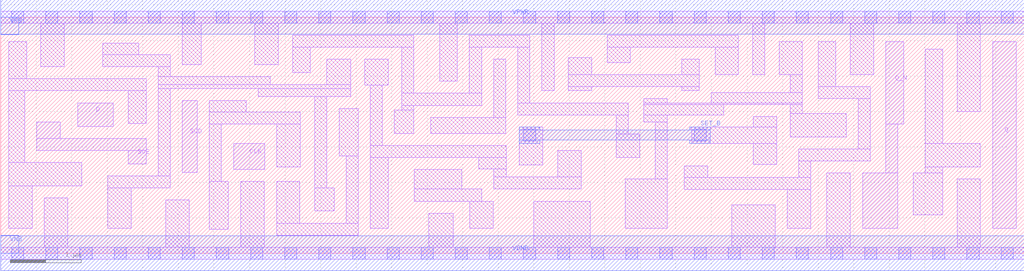
<source format=lef>
# Copyright 2020 The SkyWater PDK Authors
#
# Licensed under the Apache License, Version 2.0 (the "License");
# you may not use this file except in compliance with the License.
# You may obtain a copy of the License at
#
#     https://www.apache.org/licenses/LICENSE-2.0
#
# Unless required by applicable law or agreed to in writing, software
# distributed under the License is distributed on an "AS IS" BASIS,
# WITHOUT WARRANTIES OR CONDITIONS OF ANY KIND, either express or implied.
# See the License for the specific language governing permissions and
# limitations under the License.
#
# SPDX-License-Identifier: Apache-2.0

VERSION 5.5 ;
NAMESCASESENSITIVE ON ;
BUSBITCHARS "[]" ;
DIVIDERCHAR "/" ;
MACRO sky130_fd_sc_hs__sdfsbp_1
  CLASS CORE ;
  SOURCE USER ;
  ORIGIN  0.000000  0.000000 ;
  SIZE  14.40000 BY  3.330000 ;
  SYMMETRY X Y ;
  SITE unit ;
  PIN D
    ANTENNAGATEAREA  0.159000 ;
    DIRECTION INPUT ;
    USE SIGNAL ;
    PORT
      LAYER li1 ;
        RECT 1.085000 1.790000 1.585000 2.120000 ;
    END
  END D
  PIN Q
    ANTENNADIFFAREA  0.535700 ;
    DIRECTION OUTPUT ;
    USE SIGNAL ;
    PORT
      LAYER li1 ;
        RECT 13.955000 0.350000 14.290000 2.980000 ;
    END
  END Q
  PIN Q_N
    ANTENNADIFFAREA  0.535700 ;
    DIRECTION OUTPUT ;
    USE SIGNAL ;
    PORT
      LAYER li1 ;
        RECT 12.125000 0.350000 12.620000 1.130000 ;
        RECT 12.450000 1.130000 12.620000 1.820000 ;
        RECT 12.450000 1.820000 12.705000 2.980000 ;
    END
  END Q_N
  PIN SCD
    ANTENNAGATEAREA  0.159000 ;
    DIRECTION INPUT ;
    USE SIGNAL ;
    PORT
      LAYER li1 ;
        RECT 2.555000 1.140000 2.765000 2.150000 ;
    END
  END SCD
  PIN SCE
    ANTENNAGATEAREA  0.318000 ;
    DIRECTION INPUT ;
    USE SIGNAL ;
    PORT
      LAYER li1 ;
        RECT 0.505000 1.450000 2.045000 1.620000 ;
        RECT 0.505000 1.620000 0.835000 1.850000 ;
        RECT 1.795000 1.260000 2.045000 1.450000 ;
    END
  END SCE
  PIN SET_B
    ANTENNAPARTIALMETALSIDEAREA  1.869000 ;
    DIRECTION INPUT ;
    USE SIGNAL ;
    PORT
      LAYER met1 ;
        RECT 7.295000 1.550000 7.585000 1.595000 ;
        RECT 7.295000 1.595000 9.985000 1.735000 ;
        RECT 7.295000 1.735000 7.585000 1.780000 ;
        RECT 9.695000 1.550000 9.985000 1.595000 ;
        RECT 9.695000 1.735000 9.985000 1.780000 ;
    END
  END SET_B
  PIN CLK
    ANTENNAGATEAREA  0.279000 ;
    DIRECTION INPUT ;
    USE CLOCK ;
    PORT
      LAYER li1 ;
        RECT 3.275000 1.180000 3.715000 1.550000 ;
    END
  END CLK
  PIN VGND
    DIRECTION INOUT ;
    USE GROUND ;
    PORT
      LAYER met1 ;
        RECT 0.000000 -0.245000 14.400000 0.245000 ;
    END
  END VGND
  PIN VNB
    DIRECTION INOUT ;
    USE GROUND ;
    PORT
    END
  END VNB
  PIN VPB
    DIRECTION INOUT ;
    USE POWER ;
    PORT
    END
  END VPB
  PIN VNB
    DIRECTION INOUT ;
    USE GROUND ;
    PORT
      LAYER met1 ;
        RECT 0.000000 0.000000 0.250000 0.250000 ;
    END
  END VNB
  PIN VPB
    DIRECTION INOUT ;
    USE POWER ;
    PORT
      LAYER met1 ;
        RECT 0.000000 3.080000 0.250000 3.330000 ;
    END
  END VPB
  PIN VPWR
    DIRECTION INOUT ;
    USE POWER ;
    PORT
      LAYER met1 ;
        RECT 0.000000 3.085000 14.400000 3.575000 ;
    END
  END VPWR
  OBS
    LAYER li1 ;
      RECT  0.000000 -0.085000 14.400000 0.085000 ;
      RECT  0.000000  3.245000 14.400000 3.415000 ;
      RECT  0.115000  0.350000  0.445000 0.950000 ;
      RECT  0.115000  0.950000  1.140000 1.280000 ;
      RECT  0.115000  1.280000  0.335000 2.290000 ;
      RECT  0.115000  2.290000  2.045000 2.460000 ;
      RECT  0.115000  2.460000  0.365000 2.980000 ;
      RECT  0.565000  2.630000  0.895000 3.245000 ;
      RECT  0.615000  0.085000  0.945000 0.780000 ;
      RECT  1.435000  2.630000  2.385000 2.800000 ;
      RECT  1.435000  2.800000  1.945000 2.960000 ;
      RECT  1.505000  0.350000  1.835000 0.920000 ;
      RECT  1.505000  0.920000  2.385000 1.090000 ;
      RECT  1.795000  1.830000  2.045000 2.290000 ;
      RECT  2.215000  1.090000  2.385000 2.320000 ;
      RECT  2.215000  2.320000  4.925000 2.380000 ;
      RECT  2.215000  2.380000  3.795000 2.490000 ;
      RECT  2.215000  2.490000  2.385000 2.630000 ;
      RECT  2.325000  0.085000  2.655000 0.750000 ;
      RECT  2.555000  2.660000  2.820000 3.245000 ;
      RECT  2.935000  0.340000  3.200000 1.010000 ;
      RECT  2.935000  1.010000  3.105000 1.820000 ;
      RECT  2.935000  1.820000  4.215000 1.990000 ;
      RECT  2.935000  1.990000  3.455000 2.150000 ;
      RECT  3.380000  0.085000  3.710000 1.010000 ;
      RECT  3.575000  2.660000  3.905000 3.245000 ;
      RECT  3.625000  2.210000  4.925000 2.320000 ;
      RECT  3.880000  0.255000  5.030000 0.425000 ;
      RECT  3.880000  0.425000  4.210000 1.010000 ;
      RECT  3.885000  1.220000  4.215000 1.820000 ;
      RECT  4.105000  2.550000  4.355000 2.905000 ;
      RECT  4.105000  2.905000  5.810000 3.075000 ;
      RECT  4.420000  0.595000  4.690000 0.925000 ;
      RECT  4.420000  0.925000  4.590000 2.210000 ;
      RECT  4.590000  2.380000  4.925000 2.735000 ;
      RECT  4.760000  1.370000  5.030000 2.040000 ;
      RECT  4.860000  0.425000  5.030000 1.370000 ;
      RECT  5.120000  2.370000  5.450000 2.735000 ;
      RECT  5.200000  0.350000  5.450000 1.350000 ;
      RECT  5.200000  1.350000  7.110000 1.520000 ;
      RECT  5.200000  1.520000  5.370000 2.370000 ;
      RECT  5.540000  1.690000  5.810000 2.020000 ;
      RECT  5.640000  2.020000  5.810000 2.085000 ;
      RECT  5.640000  2.085000  6.765000 2.255000 ;
      RECT  5.640000  2.255000  5.810000 2.905000 ;
      RECT  5.815000  0.735000  6.770000 0.905000 ;
      RECT  5.815000  0.905000  6.485000 1.180000 ;
      RECT  6.020000  0.085000  6.370000 0.565000 ;
      RECT  6.050000  1.690000  7.105000 1.915000 ;
      RECT  6.175000  2.425000  6.425000 3.245000 ;
      RECT  6.595000  2.255000  6.765000 2.905000 ;
      RECT  6.595000  2.905000  7.445000 3.075000 ;
      RECT  6.600000  0.350000  6.930000 0.735000 ;
      RECT  6.725000  1.190000  7.110000 1.350000 ;
      RECT  6.935000  1.915000  7.105000 2.735000 ;
      RECT  6.940000  0.905000  8.165000 1.075000 ;
      RECT  6.940000  1.075000  7.110000 1.190000 ;
      RECT  7.275000  1.950000  8.830000 2.120000 ;
      RECT  7.275000  2.120000  7.445000 2.905000 ;
      RECT  7.295000  1.245000  7.625000 1.780000 ;
      RECT  7.500000  0.085000  8.295000 0.735000 ;
      RECT  7.615000  2.295000  7.785000 3.245000 ;
      RECT  7.835000  1.075000  8.165000 1.450000 ;
      RECT  7.985000  2.290000  8.315000 2.350000 ;
      RECT  7.985000  2.350000  9.830000 2.520000 ;
      RECT  7.985000  2.520000  8.315000 2.755000 ;
      RECT  8.530000  2.690000  8.860000 2.905000 ;
      RECT  8.530000  2.905000 10.380000 3.075000 ;
      RECT  8.660000  1.350000  8.990000 1.680000 ;
      RECT  8.660000  1.680000  8.830000 1.950000 ;
      RECT  8.785000  0.350000  9.380000 1.050000 ;
      RECT  9.045000  1.850000  9.380000 1.950000 ;
      RECT  9.045000  1.950000 10.170000 2.095000 ;
      RECT  9.045000  2.095000 11.280000 2.120000 ;
      RECT  9.045000  2.120000  9.380000 2.180000 ;
      RECT  9.210000  1.050000  9.380000 1.850000 ;
      RECT  9.580000  2.290000  9.830000 2.350000 ;
      RECT  9.580000  2.520000  9.830000 2.735000 ;
      RECT  9.620000  0.900000 11.395000 1.070000 ;
      RECT  9.620000  1.070000  9.950000 1.230000 ;
      RECT  9.725000  1.550000 10.915000 1.780000 ;
      RECT 10.000000  2.120000 11.280000 2.265000 ;
      RECT 10.050000  2.520000 10.380000 2.905000 ;
      RECT 10.285000  0.085000 10.895000 0.680000 ;
      RECT 10.580000  2.520000 10.750000 3.245000 ;
      RECT 10.585000  1.255000 10.915000 1.550000 ;
      RECT 10.585000  1.780000 10.915000 1.925000 ;
      RECT 10.950000  2.520000 11.280000 2.980000 ;
      RECT 11.065000  0.350000 11.395000 0.900000 ;
      RECT 11.110000  1.640000 11.895000 1.970000 ;
      RECT 11.110000  1.970000 11.280000 2.095000 ;
      RECT 11.110000  2.265000 11.280000 2.520000 ;
      RECT 11.225000  1.070000 11.395000 1.300000 ;
      RECT 11.225000  1.300000 12.235000 1.470000 ;
      RECT 11.500000  2.180000 12.235000 2.350000 ;
      RECT 11.500000  2.350000 11.750000 2.980000 ;
      RECT 11.625000  0.085000 11.955000 1.130000 ;
      RECT 11.950000  2.520000 12.280000 3.245000 ;
      RECT 12.065000  1.470000 12.235000 2.180000 ;
      RECT 12.840000  0.540000 13.255000 1.130000 ;
      RECT 13.005000  1.130000 13.255000 1.220000 ;
      RECT 13.005000  1.220000 13.785000 1.550000 ;
      RECT 13.005000  1.550000 13.255000 2.875000 ;
      RECT 13.455000  0.085000 13.785000 1.050000 ;
      RECT 13.455000  1.995000 13.785000 3.245000 ;
    LAYER mcon ;
      RECT  0.155000 -0.085000  0.325000 0.085000 ;
      RECT  0.155000  3.245000  0.325000 3.415000 ;
      RECT  0.635000 -0.085000  0.805000 0.085000 ;
      RECT  0.635000  3.245000  0.805000 3.415000 ;
      RECT  1.115000 -0.085000  1.285000 0.085000 ;
      RECT  1.115000  3.245000  1.285000 3.415000 ;
      RECT  1.595000 -0.085000  1.765000 0.085000 ;
      RECT  1.595000  3.245000  1.765000 3.415000 ;
      RECT  2.075000 -0.085000  2.245000 0.085000 ;
      RECT  2.075000  3.245000  2.245000 3.415000 ;
      RECT  2.555000 -0.085000  2.725000 0.085000 ;
      RECT  2.555000  3.245000  2.725000 3.415000 ;
      RECT  3.035000 -0.085000  3.205000 0.085000 ;
      RECT  3.035000  3.245000  3.205000 3.415000 ;
      RECT  3.515000 -0.085000  3.685000 0.085000 ;
      RECT  3.515000  3.245000  3.685000 3.415000 ;
      RECT  3.995000 -0.085000  4.165000 0.085000 ;
      RECT  3.995000  3.245000  4.165000 3.415000 ;
      RECT  4.475000 -0.085000  4.645000 0.085000 ;
      RECT  4.475000  3.245000  4.645000 3.415000 ;
      RECT  4.955000 -0.085000  5.125000 0.085000 ;
      RECT  4.955000  3.245000  5.125000 3.415000 ;
      RECT  5.435000 -0.085000  5.605000 0.085000 ;
      RECT  5.435000  3.245000  5.605000 3.415000 ;
      RECT  5.915000 -0.085000  6.085000 0.085000 ;
      RECT  5.915000  3.245000  6.085000 3.415000 ;
      RECT  6.395000 -0.085000  6.565000 0.085000 ;
      RECT  6.395000  3.245000  6.565000 3.415000 ;
      RECT  6.875000 -0.085000  7.045000 0.085000 ;
      RECT  6.875000  3.245000  7.045000 3.415000 ;
      RECT  7.355000 -0.085000  7.525000 0.085000 ;
      RECT  7.355000  1.580000  7.525000 1.750000 ;
      RECT  7.355000  3.245000  7.525000 3.415000 ;
      RECT  7.835000 -0.085000  8.005000 0.085000 ;
      RECT  7.835000  3.245000  8.005000 3.415000 ;
      RECT  8.315000 -0.085000  8.485000 0.085000 ;
      RECT  8.315000  3.245000  8.485000 3.415000 ;
      RECT  8.795000 -0.085000  8.965000 0.085000 ;
      RECT  8.795000  3.245000  8.965000 3.415000 ;
      RECT  9.275000 -0.085000  9.445000 0.085000 ;
      RECT  9.275000  3.245000  9.445000 3.415000 ;
      RECT  9.755000 -0.085000  9.925000 0.085000 ;
      RECT  9.755000  1.580000  9.925000 1.750000 ;
      RECT  9.755000  3.245000  9.925000 3.415000 ;
      RECT 10.235000 -0.085000 10.405000 0.085000 ;
      RECT 10.235000  3.245000 10.405000 3.415000 ;
      RECT 10.715000 -0.085000 10.885000 0.085000 ;
      RECT 10.715000  3.245000 10.885000 3.415000 ;
      RECT 11.195000 -0.085000 11.365000 0.085000 ;
      RECT 11.195000  3.245000 11.365000 3.415000 ;
      RECT 11.675000 -0.085000 11.845000 0.085000 ;
      RECT 11.675000  3.245000 11.845000 3.415000 ;
      RECT 12.155000 -0.085000 12.325000 0.085000 ;
      RECT 12.155000  3.245000 12.325000 3.415000 ;
      RECT 12.635000 -0.085000 12.805000 0.085000 ;
      RECT 12.635000  3.245000 12.805000 3.415000 ;
      RECT 13.115000 -0.085000 13.285000 0.085000 ;
      RECT 13.115000  3.245000 13.285000 3.415000 ;
      RECT 13.595000 -0.085000 13.765000 0.085000 ;
      RECT 13.595000  3.245000 13.765000 3.415000 ;
      RECT 14.075000 -0.085000 14.245000 0.085000 ;
      RECT 14.075000  3.245000 14.245000 3.415000 ;
  END
END sky130_fd_sc_hs__sdfsbp_1
END LIBRARY

</source>
